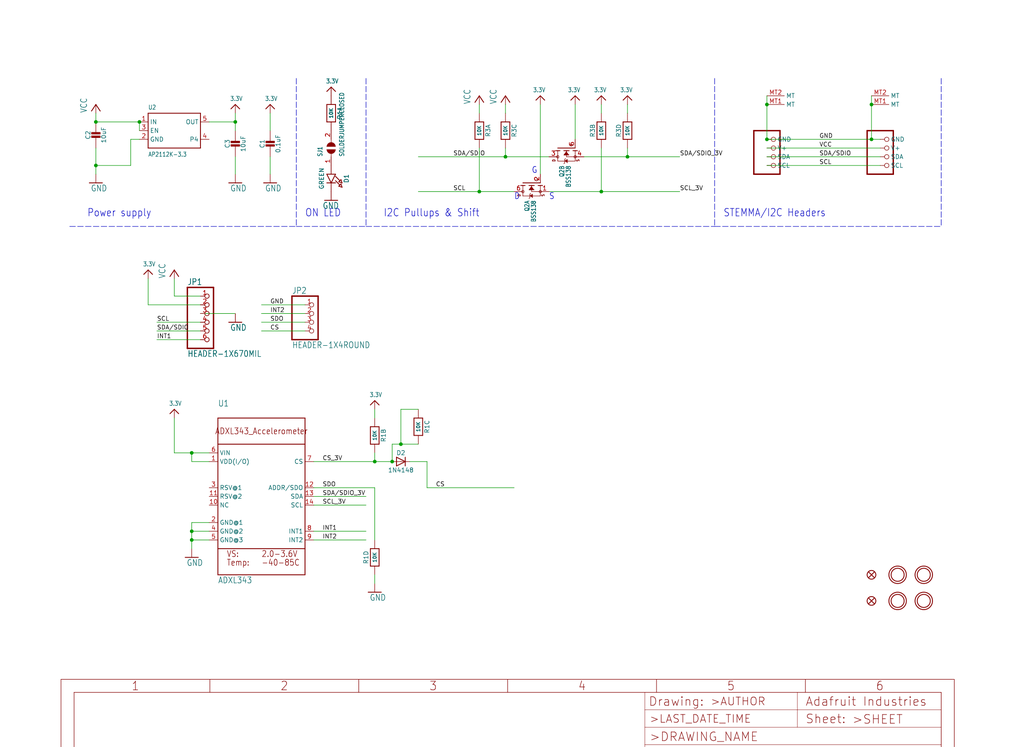
<source format=kicad_sch>
(kicad_sch (version 20211123) (generator eeschema)
  (paper "User" 298.45 217.881)
  (lib_symbols
    (symbol "schematicEagle-eagle-import:3.3V" (power)
      (property "Value" "3.3V" (at -1.524 1.016 0))
      (symbol "3.3V_1_0"
        (pin power_in line (at 0 -2.54 90) (length 2.54) (name "3.3V") (number "1"))
      )
    )
    (symbol "schematicEagle-eagle-import:ACCEL_ADXL343"
      (property "Reference" "U" (at -12.7 26.162 0))
      (property "Value" "ACCEL_ADXL343" (at -12.7 -25.4 0))
      (symbol "ACCEL_ADXL343_1_0"
        (text "-40-85C" (at 0 -20.32 0) (effects (font (size 1.778 1.5113)) (justify left bottom)))
        (text "2.0-3.6V" (at 0 -17.78 0) (effects (font (size 1.778 1.5113)) (justify left bottom)))
        (text "ADXL343_Accelerometer" (at 0 19.05 0) (effects (font (size 1.778 1.5113))))
        (text "Temp:" (at -10.16 -20.32 0) (effects (font (size 1.778 1.5113)) (justify left bottom)))
        (text "VS:" (at -10.16 -17.78 0) (effects (font (size 1.778 1.5113)) (justify left bottom)))
        (pin bidirectional line (at -15.24 10.16 0) (length 2.54) (name "VDD(I/O)") (number "1"))
        (pin bidirectional line (at -15.24 -2.54 0) (length 2.54) (name "NC") (number "10"))
        (pin bidirectional line (at -15.24 0 0) (length 2.54) (name "RSV@2") (number "11"))
        (pin bidirectional line (at 15.24 2.54 180) (length 2.54) (name "ADDR/SDO") (number "12"))
        (pin bidirectional line (at 15.24 0 180) (length 2.54) (name "SDA") (number "13"))
        (pin bidirectional line (at 15.24 -2.54 180) (length 2.54) (name "SCL") (number "14"))
        (pin bidirectional line (at -15.24 -7.62 0) (length 2.54) (name "GND@1") (number "2"))
        (pin bidirectional line (at -15.24 2.54 0) (length 2.54) (name "RSV@1") (number "3"))
        (pin bidirectional line (at -15.24 -10.16 0) (length 2.54) (name "GND@2") (number "4"))
        (pin bidirectional line (at -15.24 -12.7 0) (length 2.54) (name "GND@3") (number "5"))
        (pin bidirectional line (at -15.24 12.7 0) (length 2.54) (name "VIN") (number "6"))
        (pin bidirectional line (at 15.24 10.16 180) (length 2.54) (name "CS") (number "7"))
        (pin bidirectional line (at 15.24 -10.16 180) (length 2.54) (name "INT1") (number "8"))
        (pin bidirectional line (at 15.24 -12.7 180) (length 2.54) (name "INT2") (number "9"))
      )
    )
    (symbol "schematicEagle-eagle-import:CAP_CERAMIC0603_NO"
      (property "Reference" "C" (at -2.29 1.25 90))
      (property "Value" "CAP_CERAMIC0603_NO" (at 2.3 1.25 90))
      (symbol "CAP_CERAMIC0603_NO_1_0"
        (pin passive line (at 0 5.08 270) (length 2.54) (name "1") (number "1"))
        (pin passive line (at 0 -2.54 90) (length 2.54) (name "2") (number "2"))
      )
    )
    (symbol "schematicEagle-eagle-import:CAP_CERAMIC0805-NOOUTLINE"
      (property "Reference" "C" (at -2.29 1.25 90))
      (property "Value" "CAP_CERAMIC0805-NOOUTLINE" (at 2.3 1.25 90))
      (symbol "CAP_CERAMIC0805-NOOUTLINE_1_0"
        (pin passive line (at 0 5.08 270) (length 2.54) (name "1") (number "1"))
        (pin passive line (at 0 -2.54 90) (length 2.54) (name "2") (number "2"))
      )
    )
    (symbol "schematicEagle-eagle-import:CAP_CERAMIC_0805MP"
      (property "Reference" "C" (at -2.29 1.25 90))
      (property "Value" "CAP_CERAMIC_0805MP" (at 2.3 1.25 90))
      (symbol "CAP_CERAMIC_0805MP_1_0"
        (pin passive line (at 0 5.08 270) (length 2.54) (name "1") (number "1"))
        (pin passive line (at 0 -2.54 90) (length 2.54) (name "2") (number "2"))
      )
    )
    (symbol "schematicEagle-eagle-import:DIODESOD-323"
      (property "Reference" "D" (at 0 2.54 0))
      (property "Value" "DIODESOD-323" (at 0 -2.5 0))
      (symbol "DIODESOD-323_1_0"
        (pin passive line (at -2.54 0 0) (length 2.54) (name "A") (number "A"))
        (pin passive line (at 2.54 0 180) (length 2.54) (name "C") (number "C"))
      )
    )
    (symbol "schematicEagle-eagle-import:FIDUCIAL_1MM")
    (symbol "schematicEagle-eagle-import:FRAME_A4_ADAFRUIT"
      (symbol "FRAME_A4_ADAFRUIT_0_0"
        (text "1" (at 21.6958 1.905 0) (effects (font (size 2.54 2.286))))
        (text "1" (at 21.6958 177.165 0) (effects (font (size 2.54 2.286))))
        (text "2" (at 65.0875 1.905 0) (effects (font (size 2.54 2.286))))
        (text "2" (at 65.0875 177.165 0) (effects (font (size 2.54 2.286))))
        (text "3" (at 108.4792 1.905 0) (effects (font (size 2.54 2.286))))
        (text "3" (at 108.4792 177.165 0) (effects (font (size 2.54 2.286))))
        (text "4" (at 151.8708 1.905 0) (effects (font (size 2.54 2.286))))
        (text "4" (at 151.8708 177.165 0) (effects (font (size 2.54 2.286))))
        (text "5" (at 195.2625 1.905 0) (effects (font (size 2.54 2.286))))
        (text "5" (at 195.2625 177.165 0) (effects (font (size 2.54 2.286))))
        (text "6" (at 238.6542 1.905 0) (effects (font (size 2.54 2.286))))
        (text "6" (at 238.6542 177.165 0) (effects (font (size 2.54 2.286))))
        (text "A" (at 1.905 156.6863 0) (effects (font (size 2.54 2.286))))
        (text "A" (at 258.445 156.6863 0) (effects (font (size 2.54 2.286))))
        (text "B" (at 1.905 111.9188 0) (effects (font (size 2.54 2.286))))
        (text "B" (at 258.445 111.9188 0) (effects (font (size 2.54 2.286))))
        (text "C" (at 1.905 67.1513 0) (effects (font (size 2.54 2.286))))
        (text "C" (at 258.445 67.1513 0) (effects (font (size 2.54 2.286))))
        (text "D" (at 1.905 22.3838 0) (effects (font (size 2.54 2.286))))
        (text "D" (at 258.445 22.3838 0) (effects (font (size 2.54 2.286))))
      )
      (symbol "FRAME_A4_ADAFRUIT_1_0"
        (text ">AUTHOR" (at 189.23 5.08 0) (effects (font (size 2.286 2.286)) (justify left bottom)))
        (text ">DRAWING_NAME" (at 171.45 15.24 0) (effects (font (size 2.54 2.54)) (justify left bottom)))
        (text ">LAST_DATE_TIME" (at 171.45 10.16 0) (effects (font (size 2.286 2.286)) (justify left bottom)))
        (text ">SHEET" (at 230.505 10.16 0) (effects (font (size 2.54 2.54)) (justify left bottom)))
        (text "Adafruit Industries" (at 216.916 4.953 0) (effects (font (size 2.54 2.54)) (justify left bottom)))
        (text "Drawing:" (at 171.196 4.953 0) (effects (font (size 2.54 2.54)) (justify left bottom)))
        (text "Sheet:" (at 216.916 10.033 0) (effects (font (size 2.54 2.54)) (justify left bottom)))
      )
    )
    (symbol "schematicEagle-eagle-import:GND" (power)
      (property "Value" "GND" (at -2.54 -2.54 0))
      (symbol "GND_1_0"
        (pin power_in line (at 0 2.54 270) (length 2.54) (name "GND") (number "1"))
      )
    )
    (symbol "schematicEagle-eagle-import:HEADER-1X4ROUND"
      (property "Reference" "JP" (at -6.35 8.255 0))
      (property "Value" "HEADER-1X4ROUND" (at -6.35 -7.62 0))
      (symbol "HEADER-1X4ROUND_1_0"
        (pin passive inverted (at -2.54 5.08 0) (length 2.54) (name "1") (number "1"))
        (pin passive inverted (at -2.54 2.54 0) (length 2.54) (name "2") (number "2"))
        (pin passive inverted (at -2.54 0 0) (length 2.54) (name "3") (number "3"))
        (pin passive inverted (at -2.54 -2.54 0) (length 2.54) (name "4") (number "4"))
      )
    )
    (symbol "schematicEagle-eagle-import:HEADER-1X670MIL"
      (property "Reference" "JP" (at -6.35 10.795 0))
      (property "Value" "HEADER-1X670MIL" (at -6.35 -10.16 0))
      (symbol "HEADER-1X670MIL_1_0"
        (pin passive inverted (at -2.54 7.62 0) (length 2.54) (name "1") (number "1"))
        (pin passive inverted (at -2.54 5.08 0) (length 2.54) (name "2") (number "2"))
        (pin passive inverted (at -2.54 2.54 0) (length 2.54) (name "3") (number "3"))
        (pin passive inverted (at -2.54 0 0) (length 2.54) (name "4") (number "4"))
        (pin passive inverted (at -2.54 -2.54 0) (length 2.54) (name "5") (number "5"))
        (pin passive inverted (at -2.54 -5.08 0) (length 2.54) (name "6") (number "6"))
      )
    )
    (symbol "schematicEagle-eagle-import:LED0603_NOOUTLINE"
      (property "Reference" "D" (at -1.27 4.445 0))
      (property "Value" "LED0603_NOOUTLINE" (at -1.27 -2.794 0))
      (symbol "LED0603_NOOUTLINE_1_0"
        (pin passive line (at -5.08 0 0) (length 2.54) (name "A") (number "A"))
        (pin passive line (at 2.54 0 180) (length 2.54) (name "C") (number "C"))
      )
    )
    (symbol "schematicEagle-eagle-import:MOSFET-N_DUAL"
      (property "Reference" "Q" (at 5.08 0.635 0))
      (property "Value" "MOSFET-N_DUAL" (at 5.08 -1.27 0))
      (symbol "MOSFET-N_DUAL_1_0"
        (text "D" (at 3.175 3.175 0) (effects (font (size 0.8128 0.6908)) (justify left bottom)))
        (text "G" (at -1.27 -1.905 0) (effects (font (size 0.8128 0.6908)) (justify left bottom)))
        (text "S" (at 3.175 -3.81 0) (effects (font (size 0.8128 0.6908)) (justify left bottom)))
        (pin bidirectional line (at 2.54 -5.08 90) (length 2.54) (name "S") (number "1"))
        (pin bidirectional line (at -2.54 -2.54 0) (length 2.54) (name "G") (number "2"))
        (pin bidirectional line (at 2.54 5.08 270) (length 2.54) (name "D") (number "6"))
      )
      (symbol "MOSFET-N_DUAL_2_0"
        (text "D" (at 3.175 3.175 0) (effects (font (size 0.8128 0.6908)) (justify left bottom)))
        (text "G" (at -1.27 -1.905 0) (effects (font (size 0.8128 0.6908)) (justify left bottom)))
        (text "S" (at 3.175 -3.81 0) (effects (font (size 0.8128 0.6908)) (justify left bottom)))
        (pin bidirectional line (at 2.54 5.08 270) (length 2.54) (name "D") (number "3"))
        (pin bidirectional line (at 2.54 -5.08 90) (length 2.54) (name "S") (number "4"))
        (pin bidirectional line (at -2.54 -2.54 0) (length 2.54) (name "G") (number "5"))
      )
    )
    (symbol "schematicEagle-eagle-import:MOUNTINGHOLE2.5")
    (symbol "schematicEagle-eagle-import:RESISTOR_4PACK"
      (property "Reference" "R" (at 0 2.54 0))
      (property "Value" "RESISTOR_4PACK" (at 0 0 0))
      (symbol "RESISTOR_4PACK_1_0"
        (pin passive line (at -5.08 0 0) (length 2.54) (name "1") (number "1"))
        (pin passive line (at 5.08 0 180) (length 2.54) (name "2") (number "8"))
      )
      (symbol "RESISTOR_4PACK_2_0"
        (pin passive line (at -5.08 0 0) (length 2.54) (name "1") (number "2"))
        (pin passive line (at 5.08 0 180) (length 2.54) (name "2") (number "7"))
      )
      (symbol "RESISTOR_4PACK_3_0"
        (pin passive line (at -5.08 0 0) (length 2.54) (name "1") (number "3"))
        (pin passive line (at 5.08 0 180) (length 2.54) (name "2") (number "6"))
      )
      (symbol "RESISTOR_4PACK_4_0"
        (pin passive line (at -5.08 0 0) (length 2.54) (name "1") (number "4"))
        (pin passive line (at 5.08 0 180) (length 2.54) (name "2") (number "5"))
      )
    )
    (symbol "schematicEagle-eagle-import:SOLDERJUMPERCLOSED"
      (property "Reference" "SJ" (at -2.54 2.54 0))
      (property "Value" "SOLDERJUMPERCLOSED" (at -2.54 -3.81 0))
      (symbol "SOLDERJUMPERCLOSED_1_0"
        (pin passive line (at -5.08 0 0) (length 2.54) (name "1") (number "1"))
        (pin passive line (at 5.08 0 180) (length 2.54) (name "2") (number "2"))
      )
    )
    (symbol "schematicEagle-eagle-import:STEMMA_I2C_QT"
      (symbol "STEMMA_I2C_QT_1_0"
        (pin passive inverted (at 0 5.08 0) (length 2.54) (name "GND") (number "1"))
        (pin passive inverted (at 0 2.54 0) (length 2.54) (name "V+") (number "2"))
        (pin passive inverted (at 0 0 0) (length 2.54) (name "SDA") (number "3"))
        (pin passive inverted (at 0 -2.54 0) (length 2.54) (name "SCL") (number "4"))
      )
      (symbol "STEMMA_I2C_QT_2_0"
        (pin bidirectional line (at 0 0 0) (length 5.08) (name "MT") (number "MT1"))
      )
      (symbol "STEMMA_I2C_QT_3_0"
        (pin bidirectional line (at 0 0 0) (length 5.08) (name "MT") (number "MT2"))
      )
    )
    (symbol "schematicEagle-eagle-import:VCC" (power)
      (property "Value" "VCC" (at -2.54 -2.54 90))
      (symbol "VCC_1_0"
        (pin power_in line (at 0 -2.54 90) (length 2.54) (name "VCC") (number "1"))
      )
    )
    (symbol "schematicEagle-eagle-import:VREG_SOT23-5"
      (property "Reference" "U" (at -7.62 6.096 0))
      (property "Value" "VREG_SOT23-5" (at -7.62 -7.62 0))
      (symbol "VREG_SOT23-5_1_0"
        (pin power_in line (at -10.16 2.54 0) (length 2.54) (name "IN") (number "1"))
        (pin power_in line (at -10.16 -2.54 0) (length 2.54) (name "GND") (number "2"))
        (pin input line (at -10.16 0 0) (length 2.54) (name "EN") (number "3"))
        (pin bidirectional line (at 10.16 -2.54 180) (length 2.54) (name "P4") (number "4"))
        (pin power_in line (at 10.16 2.54 180) (length 2.54) (name "OUT") (number "5"))
      )
    )
  )
  (junction (at 40.64 35.56))
  (junction (at 147.32 45.72))
  (junction (at 175.26 55.88))
  (junction (at 114.3 134.62))
  (junction (at 116.84 129.54))
  (junction (at 223.52 40.64))
  (junction (at 68.58 35.56))
  (junction (at 254 40.64))
  (junction (at 55.88 132.08))
  (junction (at 139.7 55.88))
  (junction (at 55.88 157.48))
  (junction (at 254 30.48))
  (junction (at 27.94 35.56))
  (junction (at 223.52 30.48))
  (junction (at 109.22 134.62))
  (junction (at 182.88 45.72))
  (junction (at 55.88 154.94))
  (junction (at 27.94 48.26))
  (polyline (pts (xy 208.28 22.86) (xy 208.28 66.04)))
  (wire (pts (xy 60.96 35.56) (xy 68.58 35.56)))
  (wire (pts (xy 55.88 132.08) (xy 60.96 132.08)))
  (wire (pts (xy 55.88 152.4) (xy 55.88 154.94)))
  (wire (pts (xy 147.32 45.72) (xy 121.92 45.72)))
  (wire (pts (xy 182.88 33.02) (xy 182.88 30.48)))
  (polyline (pts (xy 20.32 66.04) (xy 86.36 66.04)))
  (wire (pts (xy 223.52 48.26) (xy 256.54 48.26)))
  (wire (pts (xy 182.88 43.18) (xy 182.88 45.72)))
  (wire (pts (xy 50.8 86.36) (xy 50.8 81.28)))
  (wire (pts (xy 114.3 129.54) (xy 116.84 129.54)))
  (wire (pts (xy 91.44 157.48) (xy 106.68 157.48)))
  (wire (pts (xy 58.42 91.44) (xy 68.58 91.44)))
  (polyline (pts (xy 106.68 22.86) (xy 106.68 66.04)))
  (wire (pts (xy 91.44 142.24) (xy 109.22 142.24)))
  (wire (pts (xy 78.74 45.72) (xy 78.74 50.8)))
  (wire (pts (xy 109.22 142.24) (xy 109.22 157.48)))
  (wire (pts (xy 254 30.48) (xy 254 40.64)))
  (wire (pts (xy 38.1 48.26) (xy 27.94 48.26)))
  (wire (pts (xy 147.32 43.18) (xy 147.32 45.72)))
  (wire (pts (xy 50.8 132.08) (xy 50.8 121.92)))
  (wire (pts (xy 139.7 30.48) (xy 139.7 33.02)))
  (wire (pts (xy 256.54 40.64) (xy 254 40.64)))
  (wire (pts (xy 149.86 55.88) (xy 139.7 55.88)))
  (wire (pts (xy 223.52 27.94) (xy 223.52 30.48)))
  (wire (pts (xy 160.02 45.72) (xy 147.32 45.72)))
  (wire (pts (xy 27.94 48.26) (xy 27.94 50.8)))
  (wire (pts (xy 58.42 96.52) (xy 45.72 96.52)))
  (wire (pts (xy 254 40.64) (xy 223.52 40.64)))
  (wire (pts (xy 167.64 40.64) (xy 167.64 30.48)))
  (wire (pts (xy 43.18 88.9) (xy 43.18 81.28)))
  (wire (pts (xy 50.8 132.08) (xy 55.88 132.08)))
  (wire (pts (xy 116.84 119.38) (xy 116.84 129.54)))
  (wire (pts (xy 254 27.94) (xy 254 30.48)))
  (wire (pts (xy 55.88 157.48) (xy 55.88 160.02)))
  (wire (pts (xy 175.26 33.02) (xy 175.26 30.48)))
  (wire (pts (xy 160.02 55.88) (xy 175.26 55.88)))
  (wire (pts (xy 91.44 144.78) (xy 106.68 144.78)))
  (wire (pts (xy 60.96 154.94) (xy 55.88 154.94)))
  (wire (pts (xy 68.58 35.56) (xy 68.58 38.1)))
  (polyline (pts (xy 274.32 22.86) (xy 274.32 66.04)))
  (wire (pts (xy 91.44 154.94) (xy 106.68 154.94)))
  (wire (pts (xy 109.22 134.62) (xy 109.22 132.08)))
  (wire (pts (xy 68.58 35.56) (xy 68.58 33.02)))
  (wire (pts (xy 109.22 167.64) (xy 109.22 170.18)))
  (wire (pts (xy 40.64 35.56) (xy 27.94 35.56)))
  (wire (pts (xy 27.94 48.26) (xy 27.94 43.18)))
  (wire (pts (xy 88.9 93.98) (xy 76.2 93.98)))
  (wire (pts (xy 170.18 45.72) (xy 182.88 45.72)))
  (wire (pts (xy 223.52 43.18) (xy 256.54 43.18)))
  (wire (pts (xy 175.26 43.18) (xy 175.26 55.88)))
  (wire (pts (xy 60.96 157.48) (xy 55.88 157.48)))
  (wire (pts (xy 58.42 99.06) (xy 45.72 99.06)))
  (wire (pts (xy 68.58 45.72) (xy 68.58 50.8)))
  (wire (pts (xy 114.3 134.62) (xy 114.3 129.54)))
  (wire (pts (xy 256.54 45.72) (xy 223.52 45.72)))
  (wire (pts (xy 109.22 134.62) (xy 114.3 134.62)))
  (wire (pts (xy 60.96 152.4) (xy 55.88 152.4)))
  (wire (pts (xy 40.64 40.64) (xy 38.1 40.64)))
  (wire (pts (xy 124.46 142.24) (xy 149.86 142.24)))
  (wire (pts (xy 88.9 88.9) (xy 76.2 88.9)))
  (wire (pts (xy 55.88 154.94) (xy 55.88 157.48)))
  (wire (pts (xy 124.46 134.62) (xy 119.38 134.62)))
  (wire (pts (xy 38.1 40.64) (xy 38.1 48.26)))
  (polyline (pts (xy 106.68 66.04) (xy 208.28 66.04)))
  (polyline (pts (xy 86.36 22.86) (xy 86.36 66.04)))
  (wire (pts (xy 175.26 55.88) (xy 198.12 55.88)))
  (wire (pts (xy 58.42 93.98) (xy 45.72 93.98)))
  (wire (pts (xy 109.22 119.38) (xy 109.22 121.92)))
  (wire (pts (xy 60.96 134.62) (xy 55.88 134.62)))
  (wire (pts (xy 76.2 91.44) (xy 88.9 91.44)))
  (polyline (pts (xy 208.28 66.04) (xy 274.32 66.04)))
  (wire (pts (xy 223.52 30.48) (xy 223.52 40.64)))
  (wire (pts (xy 78.74 33.02) (xy 78.74 38.1)))
  (wire (pts (xy 157.48 50.8) (xy 157.48 30.48)))
  (wire (pts (xy 40.64 38.1) (xy 40.64 35.56)))
  (wire (pts (xy 109.22 134.62) (xy 91.44 134.62)))
  (polyline (pts (xy 86.36 66.04) (xy 106.68 66.04)))
  (wire (pts (xy 182.88 45.72) (xy 198.12 45.72)))
  (wire (pts (xy 121.92 119.38) (xy 116.84 119.38)))
  (wire (pts (xy 58.42 88.9) (xy 43.18 88.9)))
  (wire (pts (xy 139.7 55.88) (xy 121.92 55.88)))
  (wire (pts (xy 116.84 129.54) (xy 121.92 129.54)))
  (wire (pts (xy 88.9 96.52) (xy 76.2 96.52)))
  (wire (pts (xy 124.46 134.62) (xy 124.46 142.24)))
  (wire (pts (xy 58.42 86.36) (xy 50.8 86.36)))
  (wire (pts (xy 27.94 33.02) (xy 27.94 35.56)))
  (wire (pts (xy 147.32 33.02) (xy 147.32 30.48)))
  (wire (pts (xy 91.44 147.32) (xy 106.68 147.32)))
  (wire (pts (xy 139.7 43.18) (xy 139.7 55.88)))
  (wire (pts (xy 55.88 134.62) (xy 55.88 132.08)))
  (text "STEMMA/I2C Headers" (at 210.82 63.5 180) (effects (font (size 2.1844 1.8567)) (justify left bottom)))
  (text "I2C Pullups & Shift" (at 111.76 63.5 180) (effects (font (size 2.1844 1.8567)) (justify left bottom)))
  (text "D" (at 149.86 58.42 180) (effects (font (size 1.778 1.5113)) (justify left bottom)))
  (text "S" (at 160.02 58.42 180) (effects (font (size 1.778 1.5113)) (justify left bottom)))
  (text "ON LED" (at 88.9 63.5 180) (effects (font (size 2.1844 1.8567)) (justify left bottom)))
  (text "Power supply" (at 25.4 63.5 180) (effects (font (size 2.1844 1.8567)) (justify left bottom)))
  (text "G" (at 154.94 50.8 180) (effects (font (size 1.778 1.5113)) (justify left bottom)))
  (label "INT2" (at 78.74 91.44 0) (effects (font (size 1.2446 1.2446))))
  (label "SDO" (at 78.74 93.98 0) (effects (font (size 1.2446 1.2446))))
  (label "SCL_3V" (at 198.12 55.88 0) (effects (font (size 1.2446 1.2446))))
  (label "INT1" (at 45.72 99.06 0) (effects (font (size 1.2446 1.2446))))
  (label "VCC" (at 238.76 43.18 0) (effects (font (size 1.2446 1.2446))))
  (label "INT1" (at 93.98 154.94 0) (effects (font (size 1.2446 1.2446))))
  (label "SCL" (at 45.72 93.98 0) (effects (font (size 1.2446 1.2446))))
  (label "SDO" (at 93.98 142.24 0) (effects (font (size 1.2446 1.2446))))
  (label "SDA/SDIO" (at 238.76 45.72 0) (effects (font (size 1.2446 1.2446))))
  (label "GND" (at 238.76 40.64 0) (effects (font (size 1.2446 1.2446))))
  (label "SDA/SDIO" (at 132.08 45.72 0) (effects (font (size 1.2446 1.2446))))
  (label "CS" (at 78.74 96.52 0) (effects (font (size 1.2446 1.2446))))
  (label "SDA/SDIO_3V" (at 198.12 45.72 0) (effects (font (size 1.2446 1.2446))))
  (label "GND" (at 78.74 88.9 0) (effects (font (size 1.2446 1.2446))))
  (label "CS_3V" (at 93.98 134.62 0) (effects (font (size 1.2446 1.2446))))
  (label "SCL" (at 238.76 48.26 0) (effects (font (size 1.2446 1.2446))))
  (label "SCL_3V" (at 93.98 147.32 0) (effects (font (size 1.2446 1.2446))))
  (label "SCL" (at 132.08 55.88 0) (effects (font (size 1.2446 1.2446))))
  (label "INT2" (at 93.98 157.48 0) (effects (font (size 1.2446 1.2446))))
  (label "SDA/SDIO" (at 45.72 96.52 0) (effects (font (size 1.2446 1.2446))))
  (label "SDA/SDIO_3V" (at 93.98 144.78 0) (effects (font (size 1.2446 1.2446))))
  (label "CS" (at 127 142.24 0) (effects (font (size 1.2446 1.2446))))
  (symbol (lib_id "schematicEagle-eagle-import:MOUNTINGHOLE2.5") (at 261.62 167.64 0) (unit 1)
    (property "Reference" "U$17" (effects hide))
    (property "Value" "MOUNTINGHOLE2.5" (effects hide))
    (property "Footprint" "schematicEagle:MOUNTINGHOLE_2.5_PLATED" (effects hide))
  )
  (symbol (lib_id "schematicEagle-eagle-import:3.3V") (at 43.18 78.74 0) (unit 1)
    (property "Reference" "#U$16" (effects hide))
    (property "Value" "3.3V" (at 41.656 77.724 0) (effects (font (size 1.27 1.0795)) (justify left bottom)))
    (property "Footprint" "schematicEagle:" (effects hide))
  )
  (symbol (lib_id "schematicEagle-eagle-import:VCC") (at 27.94 30.48 0) (unit 1)
    (property "Reference" "#P+3" (effects hide))
    (property "Value" "VCC" (at 25.4 33.02 90) (effects (font (size 1.778 1.5113)) (justify left bottom)))
    (property "Footprint" "schematicEagle:" (effects hide))
  )
  (symbol (lib_id "schematicEagle-eagle-import:RESISTOR_4PACK") (at 96.52 33.02 270) (unit 1)
    (property "Reference" "R1" (at 99.06 33.02 0))
    (property "Value" "10K" (at 96.52 33.02 0) (effects (font (size 1.016 1.016) bold)))
    (property "Footprint" "schematicEagle:RESPACK_4X0603" (effects hide))
  )
  (symbol (lib_id "schematicEagle-eagle-import:STEMMA_I2C_QT") (at 223.52 30.48 0) (unit 2)
    (property "Reference" "CONN3" (effects hide))
    (property "Value" "STEMMA_I2C_QT" (effects hide))
    (property "Footprint" "schematicEagle:JST_SH4" (effects hide))
  )
  (symbol (lib_id "schematicEagle-eagle-import:VCC") (at 50.8 78.74 0) (unit 1)
    (property "Reference" "#P+4" (effects hide))
    (property "Value" "VCC" (at 48.26 81.28 90) (effects (font (size 1.778 1.5113)) (justify left bottom)))
    (property "Footprint" "schematicEagle:" (effects hide))
  )
  (symbol (lib_id "schematicEagle-eagle-import:HEADER-1X4ROUND") (at 91.44 93.98 0) (unit 1)
    (property "Reference" "JP2" (at 85.09 85.725 0) (effects (font (size 1.778 1.5113)) (justify left bottom)))
    (property "Value" "HEADER-1X4ROUND" (at 85.09 101.6 0) (effects (font (size 1.778 1.5113)) (justify left bottom)))
    (property "Footprint" "schematicEagle:1X04_ROUND" (effects hide))
  )
  (symbol (lib_id "schematicEagle-eagle-import:HEADER-1X670MIL") (at 60.96 93.98 0) (unit 1)
    (property "Reference" "JP1" (at 54.61 83.185 0) (effects (font (size 1.778 1.5113)) (justify left bottom)))
    (property "Value" "HEADER-1X670MIL" (at 54.61 104.14 0) (effects (font (size 1.778 1.5113)) (justify left bottom)))
    (property "Footprint" "schematicEagle:1X06_ROUND_70" (effects hide))
  )
  (symbol (lib_id "schematicEagle-eagle-import:CAP_CERAMIC0603_NO") (at 78.74 43.18 0) (unit 1)
    (property "Reference" "C1" (at 76.45 41.93 90))
    (property "Value" "0.1uF" (at 81.04 41.93 90))
    (property "Footprint" "schematicEagle:0603-NO" (effects hide))
  )
  (symbol (lib_id "schematicEagle-eagle-import:MOSFET-N_DUAL") (at 165.1 43.18 90) (mirror x) (unit 2)
    (property "Reference" "Q2" (at 164.465 48.26 0) (effects (font (size 1.27 1.0795)) (justify left bottom)))
    (property "Value" "BSS138" (at 166.37 48.26 0) (effects (font (size 1.27 1.0795)) (justify left bottom)))
    (property "Footprint" "schematicEagle:SOT363" (effects hide))
  )
  (symbol (lib_id "schematicEagle-eagle-import:VCC") (at 139.7 27.94 0) (unit 1)
    (property "Reference" "#P+1" (effects hide))
    (property "Value" "VCC" (at 137.16 30.48 90) (effects (font (size 1.778 1.5113)) (justify left bottom)))
    (property "Footprint" "schematicEagle:" (effects hide))
  )
  (symbol (lib_id "schematicEagle-eagle-import:RESISTOR_4PACK") (at 109.22 162.56 90) (unit 4)
    (property "Reference" "R1" (at 106.68 162.56 0))
    (property "Value" "10K" (at 109.22 162.56 0) (effects (font (size 1.016 1.016) bold)))
    (property "Footprint" "schematicEagle:RESPACK_4X0603" (effects hide))
  )
  (symbol (lib_id "schematicEagle-eagle-import:VREG_SOT23-5") (at 50.8 38.1 0) (unit 1)
    (property "Reference" "U2" (at 43.18 32.004 0) (effects (font (size 1.27 1.0795)) (justify left bottom)))
    (property "Value" "AP2112K-3.3" (at 43.18 45.72 0) (effects (font (size 1.27 1.0795)) (justify left bottom)))
    (property "Footprint" "schematicEagle:SOT23-5" (effects hide))
  )
  (symbol (lib_id "schematicEagle-eagle-import:DIODESOD-323") (at 116.84 134.62 0) (unit 1)
    (property "Reference" "D2" (at 116.84 132.08 0))
    (property "Value" "1N4148" (at 116.84 137.12 0))
    (property "Footprint" "schematicEagle:SOD-323" (effects hide))
  )
  (symbol (lib_id "schematicEagle-eagle-import:GND") (at 78.74 53.34 0) (unit 1)
    (property "Reference" "#U$6" (effects hide))
    (property "Value" "GND" (at 77.216 55.88 0) (effects (font (size 1.778 1.5113)) (justify left bottom)))
    (property "Footprint" "schematicEagle:" (effects hide))
  )
  (symbol (lib_id "schematicEagle-eagle-import:RESISTOR_4PACK") (at 139.7 38.1 270) (unit 1)
    (property "Reference" "R3" (at 142.24 38.1 0))
    (property "Value" "10K" (at 139.7 38.1 0) (effects (font (size 1.016 1.016) bold)))
    (property "Footprint" "schematicEagle:RESPACK_4X0603" (effects hide))
  )
  (symbol (lib_id "schematicEagle-eagle-import:3.3V") (at 78.74 30.48 0) (unit 1)
    (property "Reference" "#U$14" (effects hide))
    (property "Value" "3.3V" (at 77.216 29.464 0) (effects (font (size 1.27 1.0795)) (justify left bottom)))
    (property "Footprint" "schematicEagle:" (effects hide))
  )
  (symbol (lib_id "schematicEagle-eagle-import:3.3V") (at 182.88 27.94 0) (mirror y) (unit 1)
    (property "Reference" "#U$7" (effects hide))
    (property "Value" "3.3V" (at 184.404 26.924 0) (effects (font (size 1.27 1.0795)) (justify left bottom)))
    (property "Footprint" "schematicEagle:" (effects hide))
  )
  (symbol (lib_id "schematicEagle-eagle-import:FRAME_A4_ADAFRUIT") (at 17.78 198.12 0) (mirror x) (unit 1)
    (property "Reference" "#U$18" (effects hide))
    (property "Value" "FRAME_A4_ADAFRUIT" (effects hide))
    (property "Footprint" "schematicEagle:" (effects hide))
  )
  (symbol (lib_id "schematicEagle-eagle-import:LED0603_NOOUTLINE") (at 96.52 53.34 270) (unit 1)
    (property "Reference" "D1" (at 100.965 52.07 0))
    (property "Value" "GREEN" (at 93.726 52.07 0))
    (property "Footprint" "schematicEagle:CHIPLED_0603_NOOUTLINE" (effects hide))
  )
  (symbol (lib_id "schematicEagle-eagle-import:STEMMA_I2C_QT") (at 254 27.94 0) (unit 3)
    (property "Reference" "CONN4" (effects hide))
    (property "Value" "STEMMA_I2C_QT" (effects hide))
    (property "Footprint" "schematicEagle:JST_SH4" (effects hide))
  )
  (symbol (lib_id "schematicEagle-eagle-import:MOSFET-N_DUAL") (at 154.94 53.34 90) (mirror x) (unit 1)
    (property "Reference" "Q2" (at 154.305 58.42 0) (effects (font (size 1.27 1.0795)) (justify left bottom)))
    (property "Value" "BSS138" (at 156.21 58.42 0) (effects (font (size 1.27 1.0795)) (justify left bottom)))
    (property "Footprint" "schematicEagle:SOT363" (effects hide))
  )
  (symbol (lib_id "schematicEagle-eagle-import:3.3V") (at 109.22 116.84 0) (unit 1)
    (property "Reference" "#U$12" (effects hide))
    (property "Value" "3.3V" (at 107.696 115.824 0) (effects (font (size 1.27 1.0795)) (justify left bottom)))
    (property "Footprint" "schematicEagle:" (effects hide))
  )
  (symbol (lib_id "schematicEagle-eagle-import:RESISTOR_4PACK") (at 121.92 124.46 270) (unit 3)
    (property "Reference" "R1" (at 124.46 124.46 0))
    (property "Value" "10K" (at 121.92 124.46 0) (effects (font (size 1.016 1.016) bold)))
    (property "Footprint" "schematicEagle:RESPACK_4X0603" (effects hide))
  )
  (symbol (lib_id "schematicEagle-eagle-import:CAP_CERAMIC0805-NOOUTLINE") (at 68.58 43.18 0) (unit 1)
    (property "Reference" "C3" (at 66.29 41.93 90))
    (property "Value" "10uF" (at 70.88 41.93 90))
    (property "Footprint" "schematicEagle:0805-NO" (effects hide))
  )
  (symbol (lib_id "schematicEagle-eagle-import:CAP_CERAMIC_0805MP") (at 27.94 40.64 0) (unit 1)
    (property "Reference" "C2" (at 25.65 39.39 90))
    (property "Value" "10uF" (at 30.24 39.39 90))
    (property "Footprint" "schematicEagle:_0805MP" (effects hide))
  )
  (symbol (lib_id "schematicEagle-eagle-import:RESISTOR_4PACK") (at 182.88 38.1 90) (mirror x) (unit 4)
    (property "Reference" "R3" (at 180.34 38.1 0))
    (property "Value" "10K" (at 182.88 38.1 0) (effects (font (size 1.016 1.016) bold)))
    (property "Footprint" "schematicEagle:RESPACK_4X0603" (effects hide))
  )
  (symbol (lib_id "schematicEagle-eagle-import:GND") (at 55.88 162.56 0) (unit 1)
    (property "Reference" "#U$2" (effects hide))
    (property "Value" "GND" (at 54.356 165.1 0) (effects (font (size 1.778 1.5113)) (justify left bottom)))
    (property "Footprint" "schematicEagle:" (effects hide))
  )
  (symbol (lib_id "schematicEagle-eagle-import:GND") (at 109.22 172.72 0) (unit 1)
    (property "Reference" "#U$8" (effects hide))
    (property "Value" "GND" (at 107.696 175.26 0) (effects (font (size 1.778 1.5113)) (justify left bottom)))
    (property "Footprint" "schematicEagle:" (effects hide))
  )
  (symbol (lib_id "schematicEagle-eagle-import:STEMMA_I2C_QT") (at 223.52 27.94 0) (unit 3)
    (property "Reference" "CONN3" (effects hide))
    (property "Value" "STEMMA_I2C_QT" (effects hide))
    (property "Footprint" "schematicEagle:JST_SH4" (effects hide))
  )
  (symbol (lib_id "schematicEagle-eagle-import:GND") (at 68.58 93.98 0) (unit 1)
    (property "Reference" "#U$10" (effects hide))
    (property "Value" "GND" (at 67.056 96.52 0) (effects (font (size 1.778 1.5113)) (justify left bottom)))
    (property "Footprint" "schematicEagle:" (effects hide))
  )
  (symbol (lib_id "schematicEagle-eagle-import:GND") (at 96.52 58.42 0) (unit 1)
    (property "Reference" "#GND6" (effects hide))
    (property "Value" "GND" (at 93.98 60.96 0) (effects (font (size 1.778 1.5113)) (justify left bottom)))
    (property "Footprint" "schematicEagle:" (effects hide))
  )
  (symbol (lib_id "schematicEagle-eagle-import:STEMMA_I2C_QT") (at 223.52 45.72 0) (unit 1)
    (property "Reference" "CONN3" (effects hide))
    (property "Value" "STEMMA_I2C_QT" (effects hide))
    (property "Footprint" "schematicEagle:JST_SH4" (effects hide))
  )
  (symbol (lib_id "schematicEagle-eagle-import:SOLDERJUMPERCLOSED") (at 96.52 43.18 90) (unit 1)
    (property "Reference" "SJ1" (at 93.98 45.72 0) (effects (font (size 1.27 1.0795)) (justify left bottom)))
    (property "Value" "SOLDERJUMPERCLOSED" (at 100.33 45.72 0) (effects (font (size 1.27 1.0795)) (justify left bottom)))
    (property "Footprint" "schematicEagle:SOLDERJUMPER_CLOSEDWIRE" (effects hide))
  )
  (symbol (lib_id "schematicEagle-eagle-import:STEMMA_I2C_QT") (at 254 30.48 0) (unit 2)
    (property "Reference" "CONN4" (effects hide))
    (property "Value" "STEMMA_I2C_QT" (effects hide))
    (property "Footprint" "schematicEagle:JST_SH4" (effects hide))
  )
  (symbol (lib_id "schematicEagle-eagle-import:3.3V") (at 96.52 25.4 0) (unit 1)
    (property "Reference" "#U$3" (effects hide))
    (property "Value" "3.3V" (at 94.996 24.384 0) (effects (font (size 1.27 1.0795)) (justify left bottom)))
    (property "Footprint" "schematicEagle:" (effects hide))
  )
  (symbol (lib_id "schematicEagle-eagle-import:3.3V") (at 167.64 27.94 0) (mirror y) (unit 1)
    (property "Reference" "#U$23" (effects hide))
    (property "Value" "3.3V" (at 169.164 26.924 0) (effects (font (size 1.27 1.0795)) (justify left bottom)))
    (property "Footprint" "schematicEagle:" (effects hide))
  )
  (symbol (lib_id "schematicEagle-eagle-import:GND") (at 27.94 53.34 0) (unit 1)
    (property "Reference" "#U$13" (effects hide))
    (property "Value" "GND" (at 26.416 55.88 0) (effects (font (size 1.778 1.5113)) (justify left bottom)))
    (property "Footprint" "schematicEagle:" (effects hide))
  )
  (symbol (lib_id "schematicEagle-eagle-import:RESISTOR_4PACK") (at 147.32 38.1 270) (unit 3)
    (property "Reference" "R3" (at 149.86 38.1 0))
    (property "Value" "10K" (at 147.32 38.1 0) (effects (font (size 1.016 1.016) bold)))
    (property "Footprint" "schematicEagle:RESPACK_4X0603" (effects hide))
  )
  (symbol (lib_id "schematicEagle-eagle-import:3.3V") (at 68.58 30.48 0) (unit 1)
    (property "Reference" "#U$15" (effects hide))
    (property "Value" "3.3V" (at 67.056 29.464 0) (effects (font (size 1.27 1.0795)) (justify left bottom)))
    (property "Footprint" "schematicEagle:" (effects hide))
  )
  (symbol (lib_id "schematicEagle-eagle-import:RESISTOR_4PACK") (at 109.22 127 270) (unit 2)
    (property "Reference" "R1" (at 111.76 127 0))
    (property "Value" "10K" (at 109.22 127 0) (effects (font (size 1.016 1.016) bold)))
    (property "Footprint" "schematicEagle:RESPACK_4X0603" (effects hide))
  )
  (symbol (lib_id "schematicEagle-eagle-import:MOUNTINGHOLE2.5") (at 269.24 175.26 0) (unit 1)
    (property "Reference" "U$21" (effects hide))
    (property "Value" "MOUNTINGHOLE2.5" (effects hide))
    (property "Footprint" "schematicEagle:MOUNTINGHOLE_2.5_PLATED" (effects hide))
  )
  (symbol (lib_id "schematicEagle-eagle-import:VCC") (at 147.32 27.94 0) (unit 1)
    (property "Reference" "#P+2" (effects hide))
    (property "Value" "VCC" (at 144.78 30.48 90) (effects (font (size 1.778 1.5113)) (justify left bottom)))
    (property "Footprint" "schematicEagle:" (effects hide))
  )
  (symbol (lib_id "schematicEagle-eagle-import:ACCEL_ADXL343") (at 76.2 144.78 0) (unit 1)
    (property "Reference" "U1" (at 63.5 118.618 0) (effects (font (size 1.778 1.5113)) (justify left bottom)))
    (property "Value" "ADXL343" (at 63.5 170.18 0) (effects (font (size 1.778 1.5113)) (justify left bottom)))
    (property "Footprint" "schematicEagle:LGA14" (effects hide))
  )
  (symbol (lib_id "schematicEagle-eagle-import:MOUNTINGHOLE2.5") (at 269.24 167.64 0) (unit 1)
    (property "Reference" "U$19" (effects hide))
    (property "Value" "MOUNTINGHOLE2.5" (effects hide))
    (property "Footprint" "schematicEagle:MOUNTINGHOLE_2.5_PLATED" (effects hide))
  )
  (symbol (lib_id "schematicEagle-eagle-import:MOUNTINGHOLE2.5") (at 261.62 175.26 0) (unit 1)
    (property "Reference" "U$1" (effects hide))
    (property "Value" "MOUNTINGHOLE2.5" (effects hide))
    (property "Footprint" "schematicEagle:MOUNTINGHOLE_2.5_PLATED" (effects hide))
  )
  (symbol (lib_id "schematicEagle-eagle-import:3.3V") (at 175.26 27.94 0) (mirror y) (unit 1)
    (property "Reference" "#U$24" (effects hide))
    (property "Value" "3.3V" (at 176.784 26.924 0) (effects (font (size 1.27 1.0795)) (justify left bottom)))
    (property "Footprint" "schematicEagle:" (effects hide))
  )
  (symbol (lib_id "schematicEagle-eagle-import:RESISTOR_4PACK") (at 175.26 38.1 90) (mirror x) (unit 2)
    (property "Reference" "R3" (at 172.72 38.1 0))
    (property "Value" "10K" (at 175.26 38.1 0) (effects (font (size 1.016 1.016) bold)))
    (property "Footprint" "schematicEagle:RESPACK_4X0603" (effects hide))
  )
  (symbol (lib_id "schematicEagle-eagle-import:FIDUCIAL_1MM") (at 254 175.26 0) (unit 1)
    (property "Reference" "FID3" (effects hide))
    (property "Value" "FIDUCIAL_1MM" (effects hide))
    (property "Footprint" "schematicEagle:FIDUCIAL_1MM" (effects hide))
  )
  (symbol (lib_id "schematicEagle-eagle-import:FIDUCIAL_1MM") (at 254 167.64 0) (unit 1)
    (property "Reference" "FID4" (effects hide))
    (property "Value" "FIDUCIAL_1MM" (effects hide))
    (property "Footprint" "schematicEagle:FIDUCIAL_1MM" (effects hide))
  )
  (symbol (lib_id "schematicEagle-eagle-import:3.3V") (at 50.8 119.38 0) (unit 1)
    (property "Reference" "#U$9" (effects hide))
    (property "Value" "3.3V" (at 49.276 118.364 0) (effects (font (size 1.27 1.0795)) (justify left bottom)))
    (property "Footprint" "schematicEagle:" (effects hide))
  )
  (symbol (lib_id "schematicEagle-eagle-import:3.3V") (at 157.48 27.94 0) (mirror y) (unit 1)
    (property "Reference" "#U$26" (effects hide))
    (property "Value" "3.3V" (at 159.004 26.924 0) (effects (font (size 1.27 1.0795)) (justify left bottom)))
    (property "Footprint" "schematicEagle:" (effects hide))
  )
  (symbol (lib_id "schematicEagle-eagle-import:STEMMA_I2C_QT") (at 256.54 45.72 0) (unit 1)
    (property "Reference" "CONN4" (effects hide))
    (property "Value" "STEMMA_I2C_QT" (effects hide))
    (property "Footprint" "schematicEagle:JST_SH4" (effects hide))
  )
  (symbol (lib_id "schematicEagle-eagle-import:GND") (at 68.58 53.34 0) (unit 1)
    (property "Reference" "#U$5" (effects hide))
    (property "Value" "GND" (at 67.056 55.88 0) (effects (font (size 1.778 1.5113)) (justify left bottom)))
    (property "Footprint" "schematicEagle:" (effects hide))
  )
)
</source>
